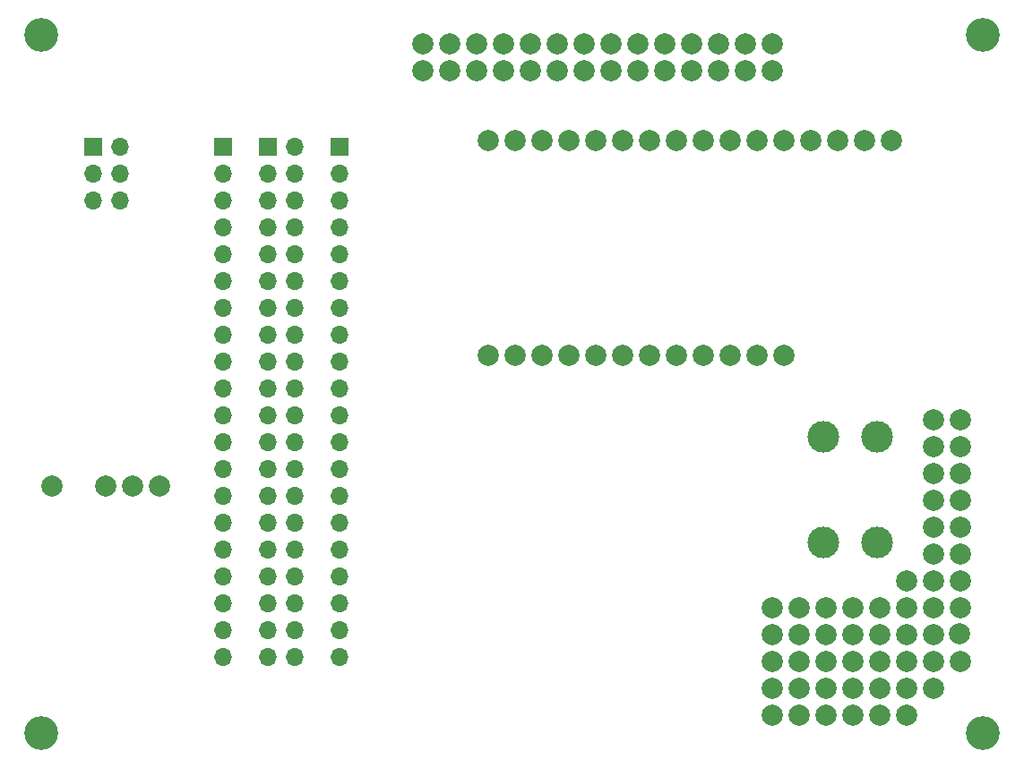
<source format=gbs>
%TF.GenerationSoftware,KiCad,Pcbnew,(6.0.10)*%
%TF.CreationDate,2024-06-04T10:03:53+09:00*%
%TF.ProjectId,extension_circuit_board,65787465-6e73-4696-9f6e-5f6369726375,rev?*%
%TF.SameCoordinates,Original*%
%TF.FileFunction,Soldermask,Bot*%
%TF.FilePolarity,Negative*%
%FSLAX46Y46*%
G04 Gerber Fmt 4.6, Leading zero omitted, Abs format (unit mm)*
G04 Created by KiCad (PCBNEW (6.0.10)) date 2024-06-04 10:03:53*
%MOMM*%
%LPD*%
G01*
G04 APERTURE LIST*
%ADD10C,2.000000*%
%ADD11C,3.200000*%
%ADD12R,1.700000X1.700000*%
%ADD13O,1.700000X1.700000*%
%ADD14C,3.000000*%
G04 APERTURE END LIST*
D10*
%TO.C,*%
X160020000Y-50800000D03*
%TD*%
%TO.C,*%
X160020000Y-53340000D03*
%TD*%
%TO.C,*%
X162560000Y-50800000D03*
%TD*%
%TO.C,*%
X162560000Y-53340000D03*
%TD*%
%TO.C,*%
X165100000Y-50800000D03*
%TD*%
%TO.C,*%
X165100000Y-53340000D03*
%TD*%
%TO.C,*%
X167640000Y-50800000D03*
%TD*%
%TO.C,*%
X167640000Y-53340000D03*
%TD*%
%TO.C,*%
X170180000Y-50800000D03*
%TD*%
%TO.C,*%
X170180000Y-53340000D03*
%TD*%
%TO.C,*%
X172720000Y-50800000D03*
%TD*%
%TO.C,*%
X172720000Y-53340000D03*
%TD*%
%TO.C,*%
X175260000Y-50800000D03*
%TD*%
%TO.C,*%
X175260000Y-53340000D03*
%TD*%
%TO.C,*%
X177800000Y-50800000D03*
%TD*%
%TO.C,*%
X177800000Y-53340000D03*
%TD*%
%TO.C,*%
X180340000Y-50800000D03*
%TD*%
%TO.C,*%
X180340000Y-53340000D03*
%TD*%
%TO.C,*%
X182880000Y-50800000D03*
%TD*%
%TO.C,*%
X182880000Y-53340000D03*
%TD*%
%TO.C,*%
X185420000Y-50800000D03*
%TD*%
%TO.C,*%
X185420000Y-53340000D03*
%TD*%
%TO.C,*%
X187960000Y-50800000D03*
%TD*%
%TO.C,*%
X187960000Y-53340000D03*
%TD*%
%TO.C,*%
X190500000Y-50800000D03*
%TD*%
%TO.C,*%
X190500000Y-53340000D03*
%TD*%
%TO.C,*%
X193040000Y-53340000D03*
%TD*%
%TO.C,*%
X193040000Y-50800000D03*
%TD*%
%TO.C,*%
X195580000Y-114300000D03*
%TD*%
%TO.C,*%
X193040000Y-109220000D03*
%TD*%
%TO.C,*%
X193040000Y-106680000D03*
%TD*%
%TO.C,*%
X195580000Y-104140000D03*
%TD*%
%TO.C,*%
X193040000Y-104140000D03*
%TD*%
%TO.C,*%
X193040000Y-114300000D03*
%TD*%
%TO.C,*%
X193040000Y-111760000D03*
%TD*%
%TO.C,*%
X195580000Y-109220000D03*
%TD*%
%TO.C,*%
X195580000Y-106680000D03*
%TD*%
%TO.C,*%
X195580000Y-111760000D03*
%TD*%
%TO.C,*%
X205740000Y-114300000D03*
%TD*%
%TO.C,*%
X203200000Y-114300000D03*
%TD*%
%TO.C,*%
X200660000Y-114300000D03*
%TD*%
%TO.C,*%
X198120000Y-114300000D03*
%TD*%
%TO.C,*%
X198120000Y-111760000D03*
%TD*%
%TO.C,*%
X198120000Y-109220000D03*
%TD*%
%TO.C,*%
X198120000Y-106680000D03*
%TD*%
%TO.C,*%
X198120000Y-104140000D03*
%TD*%
%TO.C,*%
X200660000Y-104140000D03*
%TD*%
%TO.C,*%
X200660000Y-106680000D03*
%TD*%
%TO.C,*%
X200660000Y-109220000D03*
%TD*%
%TO.C,*%
X200660000Y-111760000D03*
%TD*%
%TO.C,*%
X203200000Y-111760000D03*
%TD*%
%TO.C,*%
X205740000Y-111760000D03*
%TD*%
%TO.C,*%
X208280000Y-111760000D03*
%TD*%
%TO.C,*%
X210820000Y-109220000D03*
%TD*%
%TO.C,*%
X208280000Y-109220000D03*
%TD*%
%TO.C,*%
X205740000Y-109220000D03*
%TD*%
%TO.C,*%
X203200000Y-109220000D03*
%TD*%
%TO.C,*%
X203200000Y-104140000D03*
%TD*%
%TO.C,*%
X203200000Y-106680000D03*
%TD*%
%TO.C,*%
X205740000Y-106680000D03*
%TD*%
%TO.C,*%
X208280000Y-106680000D03*
%TD*%
%TO.C,*%
X210813266Y-106666533D03*
%TD*%
%TO.C,*%
X210820000Y-104140000D03*
%TD*%
%TO.C,*%
X205740000Y-101600000D03*
%TD*%
%TO.C,*%
X205740000Y-104140000D03*
%TD*%
%TO.C,*%
X208280000Y-104140000D03*
%TD*%
%TO.C,*%
X210820000Y-86360000D03*
%TD*%
%TO.C,*%
X208280000Y-86360000D03*
%TD*%
%TO.C,*%
X210820000Y-101600000D03*
%TD*%
%TO.C,*%
X208280000Y-101600000D03*
%TD*%
%TO.C,*%
X210820000Y-99060000D03*
%TD*%
%TO.C,*%
X208280000Y-99060000D03*
%TD*%
%TO.C,*%
X210820000Y-96520000D03*
%TD*%
%TO.C,*%
X208280000Y-96520000D03*
%TD*%
%TO.C,*%
X210820000Y-93980000D03*
%TD*%
%TO.C,*%
X208280000Y-93980000D03*
%TD*%
%TO.C,*%
X208280000Y-91440000D03*
%TD*%
%TO.C,*%
X208280000Y-88900000D03*
%TD*%
%TO.C,*%
X210820000Y-88900000D03*
%TD*%
%TO.C,*%
X210820000Y-91440000D03*
%TD*%
D11*
%TO.C,REF\u002A\u002A*%
X213000000Y-50000000D03*
%TD*%
D12*
%TO.C,J3*%
X152200000Y-60600000D03*
D13*
X152200000Y-63140000D03*
X152200000Y-65680000D03*
X152200000Y-68220000D03*
X152200000Y-70760000D03*
X152200000Y-73300000D03*
X152200000Y-75840000D03*
X152200000Y-78380000D03*
X152200000Y-80920000D03*
X152200000Y-83460000D03*
X152200000Y-86000000D03*
X152200000Y-88540000D03*
X152200000Y-91080000D03*
X152200000Y-93620000D03*
X152200000Y-96160000D03*
X152200000Y-98700000D03*
X152200000Y-101240000D03*
X152200000Y-103780000D03*
X152200000Y-106320000D03*
X152200000Y-108860000D03*
%TD*%
D12*
%TO.C,J5*%
X128925000Y-60600000D03*
D13*
X131465000Y-60600000D03*
X128925000Y-63140000D03*
X131465000Y-63140000D03*
X128925000Y-65680000D03*
X131465000Y-65680000D03*
%TD*%
D11*
%TO.C,REF\u002A\u002A*%
X124000000Y-50000000D03*
%TD*%
D14*
%TO.C,J6*%
X197920000Y-88000000D03*
X203000000Y-88000000D03*
%TD*%
D11*
%TO.C,REF\u002A\u002A*%
X124000000Y-116000000D03*
%TD*%
D12*
%TO.C,J1*%
X141200000Y-60600000D03*
D13*
X141200000Y-63140000D03*
X141200000Y-65680000D03*
X141200000Y-68220000D03*
X141200000Y-70760000D03*
X141200000Y-73300000D03*
X141200000Y-75840000D03*
X141200000Y-78380000D03*
X141200000Y-80920000D03*
X141200000Y-83460000D03*
X141200000Y-86000000D03*
X141200000Y-88540000D03*
X141200000Y-91080000D03*
X141200000Y-93620000D03*
X141200000Y-96160000D03*
X141200000Y-98700000D03*
X141200000Y-101240000D03*
X141200000Y-103780000D03*
X141200000Y-106320000D03*
X141200000Y-108860000D03*
%TD*%
D11*
%TO.C,REF\u002A\u002A*%
X213000000Y-116000000D03*
%TD*%
D10*
%TO.C,J4*%
X204315000Y-59940000D03*
X201775000Y-59940000D03*
X199235000Y-59940000D03*
X196695000Y-59940000D03*
X194155000Y-59940000D03*
X191615000Y-59940000D03*
X189075000Y-59940000D03*
X186535000Y-59940000D03*
X183995000Y-59940000D03*
X181455000Y-59940000D03*
X178915000Y-59940000D03*
X176375000Y-59940000D03*
X173835000Y-59940000D03*
X171295000Y-59940000D03*
X168755000Y-59940000D03*
X166215000Y-59940000D03*
X194155000Y-80260000D03*
X191615000Y-80260000D03*
X189075000Y-80260000D03*
X186535000Y-80260000D03*
X183995000Y-80260000D03*
X181455000Y-80260000D03*
X178915000Y-80260000D03*
X176375000Y-80260000D03*
X173835000Y-80260000D03*
X171295000Y-80260000D03*
X168755000Y-80260000D03*
X166215000Y-80260000D03*
%TD*%
D14*
%TO.C,J7*%
X197920000Y-98000000D03*
X203000000Y-98000000D03*
%TD*%
D10*
%TO.C,SW1*%
X130060000Y-92700000D03*
X132600000Y-92700000D03*
X135140000Y-92700000D03*
X124980000Y-92700000D03*
%TD*%
D12*
%TO.C,J2*%
X145400000Y-60600000D03*
D13*
X147940000Y-60600000D03*
X145400000Y-63140000D03*
X147940000Y-63140000D03*
X145400000Y-65680000D03*
X147940000Y-65680000D03*
X145400000Y-68220000D03*
X147940000Y-68220000D03*
X145400000Y-70760000D03*
X147940000Y-70760000D03*
X145400000Y-73300000D03*
X147940000Y-73300000D03*
X145400000Y-75840000D03*
X147940000Y-75840000D03*
X145400000Y-78380000D03*
X147940000Y-78380000D03*
X145400000Y-80920000D03*
X147940000Y-80920000D03*
X145400000Y-83460000D03*
X147940000Y-83460000D03*
X145400000Y-86000000D03*
X147940000Y-86000000D03*
X145400000Y-88540000D03*
X147940000Y-88540000D03*
X145400000Y-91080000D03*
X147940000Y-91080000D03*
X145400000Y-93620000D03*
X147940000Y-93620000D03*
X145400000Y-96160000D03*
X147940000Y-96160000D03*
X145400000Y-98700000D03*
X147940000Y-98700000D03*
X145400000Y-101240000D03*
X147940000Y-101240000D03*
X145400000Y-103780000D03*
X147940000Y-103780000D03*
X145400000Y-106320000D03*
X147940000Y-106320000D03*
X145400000Y-108860000D03*
X147940000Y-108860000D03*
%TD*%
M02*

</source>
